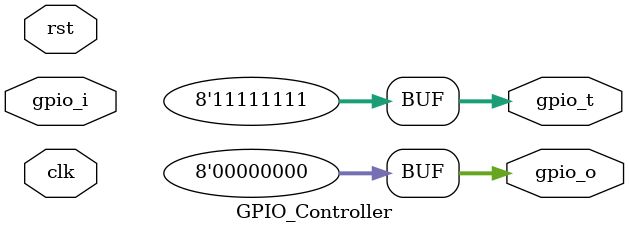
<source format=v>
`timescale 1ns / 1ps


module GPIO_Controller(
    input clk,
    input rst,
    input [7:0] gpio_i,
    output [7:0] gpio_o,
    output [7:0] gpio_t
    );
    assign gpio_o = 8'b00000000;
    assign gpio_t = 8'b11111111;
endmodule

</source>
